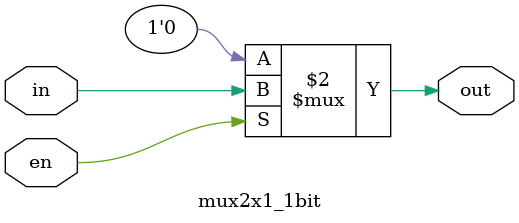
<source format=v>
`timescale 1ns / 1ps

module mux2x1_1bit(in,en,out);

  input   in;
  input   en;
  output  out;

  assign out = (en==1) ? in : 1'b0;

endmodule

</source>
